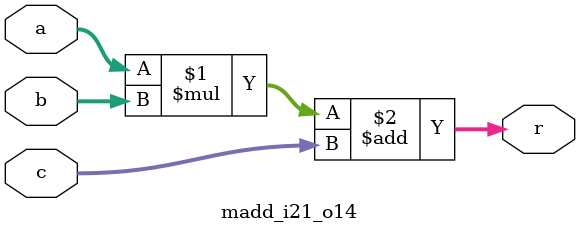
<source format=v>
module madd_i21_o14 (a, b, c, r);
input [6:0] a, b, c;
output [13:0] r;


assign r = (a * b) + c;

endmodule  

</source>
